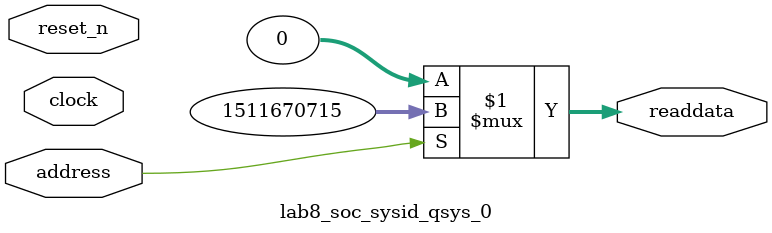
<source format=v>

`timescale 1ns / 1ps
// synthesis translate_on

// turn off superfluous verilog processor warnings 
// altera message_level Level1 
// altera message_off 10034 10035 10036 10037 10230 10240 10030 

module lab8_soc_sysid_qsys_0 (
               // inputs:
                address,
                clock,
                reset_n,

               // outputs:
                readdata
             )
;

  output  [ 31: 0] readdata;
  input            address;
  input            clock;
  input            reset_n;

  wire    [ 31: 0] readdata;
  //control_slave, which is an e_avalon_slave
  assign readdata = address ? 1511670715 : 0;

endmodule




</source>
